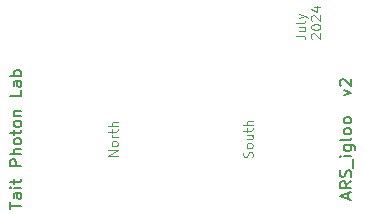
<source format=gbr>
G04 #@! TF.GenerationSoftware,KiCad,Pcbnew,7.0.10*
G04 #@! TF.CreationDate,2024-07-14T22:48:30-04:00*
G04 #@! TF.ProjectId,ARS_Igloo-v2,4152535f-4967-46c6-9f6f-2d76322e6b69,rev?*
G04 #@! TF.SameCoordinates,Original*
G04 #@! TF.FileFunction,Legend,Top*
G04 #@! TF.FilePolarity,Positive*
%FSLAX46Y46*%
G04 Gerber Fmt 4.6, Leading zero omitted, Abs format (unit mm)*
G04 Created by KiCad (PCBNEW 7.0.10) date 2024-07-14 22:48:30*
%MOMM*%
%LPD*%
G01*
G04 APERTURE LIST*
%ADD10C,0.120000*%
%ADD11C,0.150000*%
G04 APERTURE END LIST*
D10*
X-5351144Y-1428571D02*
X-6151144Y-1428571D01*
X-6151144Y-1428571D02*
X-5351144Y-971428D01*
X-5351144Y-971428D02*
X-6151144Y-971428D01*
X-5351144Y-476191D02*
X-5389240Y-552381D01*
X-5389240Y-552381D02*
X-5427335Y-590476D01*
X-5427335Y-590476D02*
X-5503525Y-628572D01*
X-5503525Y-628572D02*
X-5732097Y-628572D01*
X-5732097Y-628572D02*
X-5808287Y-590476D01*
X-5808287Y-590476D02*
X-5846382Y-552381D01*
X-5846382Y-552381D02*
X-5884478Y-476191D01*
X-5884478Y-476191D02*
X-5884478Y-361905D01*
X-5884478Y-361905D02*
X-5846382Y-285714D01*
X-5846382Y-285714D02*
X-5808287Y-247619D01*
X-5808287Y-247619D02*
X-5732097Y-209524D01*
X-5732097Y-209524D02*
X-5503525Y-209524D01*
X-5503525Y-209524D02*
X-5427335Y-247619D01*
X-5427335Y-247619D02*
X-5389240Y-285714D01*
X-5389240Y-285714D02*
X-5351144Y-361905D01*
X-5351144Y-361905D02*
X-5351144Y-476191D01*
X-5351144Y133333D02*
X-5884478Y133333D01*
X-5732097Y133333D02*
X-5808287Y171428D01*
X-5808287Y171428D02*
X-5846382Y209523D01*
X-5846382Y209523D02*
X-5884478Y285714D01*
X-5884478Y285714D02*
X-5884478Y361904D01*
X-5884478Y514285D02*
X-5884478Y819047D01*
X-6151144Y628571D02*
X-5465430Y628571D01*
X-5465430Y628571D02*
X-5389240Y666666D01*
X-5389240Y666666D02*
X-5351144Y742856D01*
X-5351144Y742856D02*
X-5351144Y819047D01*
X-5351144Y1085714D02*
X-6151144Y1085714D01*
X-5351144Y1428571D02*
X-5770192Y1428571D01*
X-5770192Y1428571D02*
X-5846382Y1390476D01*
X-5846382Y1390476D02*
X-5884478Y1314285D01*
X-5884478Y1314285D02*
X-5884478Y1199999D01*
X-5884478Y1199999D02*
X-5846382Y1123809D01*
X-5846382Y1123809D02*
X-5808287Y1085714D01*
D11*
X14139104Y-5071428D02*
X14139104Y-4595238D01*
X14424819Y-5166666D02*
X13424819Y-4833333D01*
X13424819Y-4833333D02*
X14424819Y-4500000D01*
X14424819Y-3595238D02*
X13948628Y-3928571D01*
X14424819Y-4166666D02*
X13424819Y-4166666D01*
X13424819Y-4166666D02*
X13424819Y-3785714D01*
X13424819Y-3785714D02*
X13472438Y-3690476D01*
X13472438Y-3690476D02*
X13520057Y-3642857D01*
X13520057Y-3642857D02*
X13615295Y-3595238D01*
X13615295Y-3595238D02*
X13758152Y-3595238D01*
X13758152Y-3595238D02*
X13853390Y-3642857D01*
X13853390Y-3642857D02*
X13901009Y-3690476D01*
X13901009Y-3690476D02*
X13948628Y-3785714D01*
X13948628Y-3785714D02*
X13948628Y-4166666D01*
X14377200Y-3214285D02*
X14424819Y-3071428D01*
X14424819Y-3071428D02*
X14424819Y-2833333D01*
X14424819Y-2833333D02*
X14377200Y-2738095D01*
X14377200Y-2738095D02*
X14329580Y-2690476D01*
X14329580Y-2690476D02*
X14234342Y-2642857D01*
X14234342Y-2642857D02*
X14139104Y-2642857D01*
X14139104Y-2642857D02*
X14043866Y-2690476D01*
X14043866Y-2690476D02*
X13996247Y-2738095D01*
X13996247Y-2738095D02*
X13948628Y-2833333D01*
X13948628Y-2833333D02*
X13901009Y-3023809D01*
X13901009Y-3023809D02*
X13853390Y-3119047D01*
X13853390Y-3119047D02*
X13805771Y-3166666D01*
X13805771Y-3166666D02*
X13710533Y-3214285D01*
X13710533Y-3214285D02*
X13615295Y-3214285D01*
X13615295Y-3214285D02*
X13520057Y-3166666D01*
X13520057Y-3166666D02*
X13472438Y-3119047D01*
X13472438Y-3119047D02*
X13424819Y-3023809D01*
X13424819Y-3023809D02*
X13424819Y-2785714D01*
X13424819Y-2785714D02*
X13472438Y-2642857D01*
X14520057Y-2452381D02*
X14520057Y-1690476D01*
X14424819Y-1452380D02*
X13758152Y-1452380D01*
X13424819Y-1452380D02*
X13472438Y-1499999D01*
X13472438Y-1499999D02*
X13520057Y-1452380D01*
X13520057Y-1452380D02*
X13472438Y-1404761D01*
X13472438Y-1404761D02*
X13424819Y-1452380D01*
X13424819Y-1452380D02*
X13520057Y-1452380D01*
X13758152Y-547619D02*
X14567676Y-547619D01*
X14567676Y-547619D02*
X14662914Y-595238D01*
X14662914Y-595238D02*
X14710533Y-642857D01*
X14710533Y-642857D02*
X14758152Y-738095D01*
X14758152Y-738095D02*
X14758152Y-880952D01*
X14758152Y-880952D02*
X14710533Y-976190D01*
X14377200Y-547619D02*
X14424819Y-642857D01*
X14424819Y-642857D02*
X14424819Y-833333D01*
X14424819Y-833333D02*
X14377200Y-928571D01*
X14377200Y-928571D02*
X14329580Y-976190D01*
X14329580Y-976190D02*
X14234342Y-1023809D01*
X14234342Y-1023809D02*
X13948628Y-1023809D01*
X13948628Y-1023809D02*
X13853390Y-976190D01*
X13853390Y-976190D02*
X13805771Y-928571D01*
X13805771Y-928571D02*
X13758152Y-833333D01*
X13758152Y-833333D02*
X13758152Y-642857D01*
X13758152Y-642857D02*
X13805771Y-547619D01*
X14424819Y71428D02*
X14377200Y-23809D01*
X14377200Y-23809D02*
X14281961Y-71428D01*
X14281961Y-71428D02*
X13424819Y-71428D01*
X14424819Y595238D02*
X14377200Y500000D01*
X14377200Y500000D02*
X14329580Y452381D01*
X14329580Y452381D02*
X14234342Y404762D01*
X14234342Y404762D02*
X13948628Y404762D01*
X13948628Y404762D02*
X13853390Y452381D01*
X13853390Y452381D02*
X13805771Y500000D01*
X13805771Y500000D02*
X13758152Y595238D01*
X13758152Y595238D02*
X13758152Y738095D01*
X13758152Y738095D02*
X13805771Y833333D01*
X13805771Y833333D02*
X13853390Y880952D01*
X13853390Y880952D02*
X13948628Y928571D01*
X13948628Y928571D02*
X14234342Y928571D01*
X14234342Y928571D02*
X14329580Y880952D01*
X14329580Y880952D02*
X14377200Y833333D01*
X14377200Y833333D02*
X14424819Y738095D01*
X14424819Y738095D02*
X14424819Y595238D01*
X14424819Y1500000D02*
X14377200Y1404762D01*
X14377200Y1404762D02*
X14329580Y1357143D01*
X14329580Y1357143D02*
X14234342Y1309524D01*
X14234342Y1309524D02*
X13948628Y1309524D01*
X13948628Y1309524D02*
X13853390Y1357143D01*
X13853390Y1357143D02*
X13805771Y1404762D01*
X13805771Y1404762D02*
X13758152Y1500000D01*
X13758152Y1500000D02*
X13758152Y1642857D01*
X13758152Y1642857D02*
X13805771Y1738095D01*
X13805771Y1738095D02*
X13853390Y1785714D01*
X13853390Y1785714D02*
X13948628Y1833333D01*
X13948628Y1833333D02*
X14234342Y1833333D01*
X14234342Y1833333D02*
X14329580Y1785714D01*
X14329580Y1785714D02*
X14377200Y1738095D01*
X14377200Y1738095D02*
X14424819Y1642857D01*
X14424819Y1642857D02*
X14424819Y1500000D01*
X13758152Y3690477D02*
X14424819Y3928572D01*
X14424819Y3928572D02*
X13758152Y4166667D01*
X13520057Y4500001D02*
X13472438Y4547620D01*
X13472438Y4547620D02*
X13424819Y4642858D01*
X13424819Y4642858D02*
X13424819Y4880953D01*
X13424819Y4880953D02*
X13472438Y4976191D01*
X13472438Y4976191D02*
X13520057Y5023810D01*
X13520057Y5023810D02*
X13615295Y5071429D01*
X13615295Y5071429D02*
X13710533Y5071429D01*
X13710533Y5071429D02*
X13853390Y5023810D01*
X13853390Y5023810D02*
X14424819Y4452382D01*
X14424819Y4452382D02*
X14424819Y5071429D01*
X-14515180Y-5928571D02*
X-14515180Y-5357143D01*
X-13515180Y-5642857D02*
X-14515180Y-5642857D01*
X-13515180Y-4595238D02*
X-14038990Y-4595238D01*
X-14038990Y-4595238D02*
X-14134228Y-4642857D01*
X-14134228Y-4642857D02*
X-14181847Y-4738095D01*
X-14181847Y-4738095D02*
X-14181847Y-4928571D01*
X-14181847Y-4928571D02*
X-14134228Y-5023809D01*
X-13562800Y-4595238D02*
X-13515180Y-4690476D01*
X-13515180Y-4690476D02*
X-13515180Y-4928571D01*
X-13515180Y-4928571D02*
X-13562800Y-5023809D01*
X-13562800Y-5023809D02*
X-13658038Y-5071428D01*
X-13658038Y-5071428D02*
X-13753276Y-5071428D01*
X-13753276Y-5071428D02*
X-13848514Y-5023809D01*
X-13848514Y-5023809D02*
X-13896133Y-4928571D01*
X-13896133Y-4928571D02*
X-13896133Y-4690476D01*
X-13896133Y-4690476D02*
X-13943752Y-4595238D01*
X-13515180Y-4119047D02*
X-14181847Y-4119047D01*
X-14515180Y-4119047D02*
X-14467561Y-4166666D01*
X-14467561Y-4166666D02*
X-14419942Y-4119047D01*
X-14419942Y-4119047D02*
X-14467561Y-4071428D01*
X-14467561Y-4071428D02*
X-14515180Y-4119047D01*
X-14515180Y-4119047D02*
X-14419942Y-4119047D01*
X-14181847Y-3785714D02*
X-14181847Y-3404762D01*
X-14515180Y-3642857D02*
X-13658038Y-3642857D01*
X-13658038Y-3642857D02*
X-13562800Y-3595238D01*
X-13562800Y-3595238D02*
X-13515180Y-3500000D01*
X-13515180Y-3500000D02*
X-13515180Y-3404762D01*
X-13515180Y-2309523D02*
X-14515180Y-2309523D01*
X-14515180Y-2309523D02*
X-14515180Y-1928571D01*
X-14515180Y-1928571D02*
X-14467561Y-1833333D01*
X-14467561Y-1833333D02*
X-14419942Y-1785714D01*
X-14419942Y-1785714D02*
X-14324704Y-1738095D01*
X-14324704Y-1738095D02*
X-14181847Y-1738095D01*
X-14181847Y-1738095D02*
X-14086609Y-1785714D01*
X-14086609Y-1785714D02*
X-14038990Y-1833333D01*
X-14038990Y-1833333D02*
X-13991371Y-1928571D01*
X-13991371Y-1928571D02*
X-13991371Y-2309523D01*
X-13515180Y-1309523D02*
X-14515180Y-1309523D01*
X-13515180Y-880952D02*
X-14038990Y-880952D01*
X-14038990Y-880952D02*
X-14134228Y-928571D01*
X-14134228Y-928571D02*
X-14181847Y-1023809D01*
X-14181847Y-1023809D02*
X-14181847Y-1166666D01*
X-14181847Y-1166666D02*
X-14134228Y-1261904D01*
X-14134228Y-1261904D02*
X-14086609Y-1309523D01*
X-13515180Y-261904D02*
X-13562800Y-357142D01*
X-13562800Y-357142D02*
X-13610419Y-404761D01*
X-13610419Y-404761D02*
X-13705657Y-452380D01*
X-13705657Y-452380D02*
X-13991371Y-452380D01*
X-13991371Y-452380D02*
X-14086609Y-404761D01*
X-14086609Y-404761D02*
X-14134228Y-357142D01*
X-14134228Y-357142D02*
X-14181847Y-261904D01*
X-14181847Y-261904D02*
X-14181847Y-119047D01*
X-14181847Y-119047D02*
X-14134228Y-23809D01*
X-14134228Y-23809D02*
X-14086609Y23809D01*
X-14086609Y23809D02*
X-13991371Y71428D01*
X-13991371Y71428D02*
X-13705657Y71428D01*
X-13705657Y71428D02*
X-13610419Y23809D01*
X-13610419Y23809D02*
X-13562800Y-23809D01*
X-13562800Y-23809D02*
X-13515180Y-119047D01*
X-13515180Y-119047D02*
X-13515180Y-261904D01*
X-14181847Y357143D02*
X-14181847Y738095D01*
X-14515180Y500000D02*
X-13658038Y500000D01*
X-13658038Y500000D02*
X-13562800Y547619D01*
X-13562800Y547619D02*
X-13515180Y642857D01*
X-13515180Y642857D02*
X-13515180Y738095D01*
X-13515180Y1214286D02*
X-13562800Y1119048D01*
X-13562800Y1119048D02*
X-13610419Y1071429D01*
X-13610419Y1071429D02*
X-13705657Y1023810D01*
X-13705657Y1023810D02*
X-13991371Y1023810D01*
X-13991371Y1023810D02*
X-14086609Y1071429D01*
X-14086609Y1071429D02*
X-14134228Y1119048D01*
X-14134228Y1119048D02*
X-14181847Y1214286D01*
X-14181847Y1214286D02*
X-14181847Y1357143D01*
X-14181847Y1357143D02*
X-14134228Y1452381D01*
X-14134228Y1452381D02*
X-14086609Y1500000D01*
X-14086609Y1500000D02*
X-13991371Y1547619D01*
X-13991371Y1547619D02*
X-13705657Y1547619D01*
X-13705657Y1547619D02*
X-13610419Y1500000D01*
X-13610419Y1500000D02*
X-13562800Y1452381D01*
X-13562800Y1452381D02*
X-13515180Y1357143D01*
X-13515180Y1357143D02*
X-13515180Y1214286D01*
X-14181847Y1976191D02*
X-13515180Y1976191D01*
X-14086609Y1976191D02*
X-14134228Y2023810D01*
X-14134228Y2023810D02*
X-14181847Y2119048D01*
X-14181847Y2119048D02*
X-14181847Y2261905D01*
X-14181847Y2261905D02*
X-14134228Y2357143D01*
X-14134228Y2357143D02*
X-14038990Y2404762D01*
X-14038990Y2404762D02*
X-13515180Y2404762D01*
X-13515180Y4119048D02*
X-13515180Y3642858D01*
X-13515180Y3642858D02*
X-14515180Y3642858D01*
X-13515180Y4880953D02*
X-14038990Y4880953D01*
X-14038990Y4880953D02*
X-14134228Y4833334D01*
X-14134228Y4833334D02*
X-14181847Y4738096D01*
X-14181847Y4738096D02*
X-14181847Y4547620D01*
X-14181847Y4547620D02*
X-14134228Y4452382D01*
X-13562800Y4880953D02*
X-13515180Y4785715D01*
X-13515180Y4785715D02*
X-13515180Y4547620D01*
X-13515180Y4547620D02*
X-13562800Y4452382D01*
X-13562800Y4452382D02*
X-13658038Y4404763D01*
X-13658038Y4404763D02*
X-13753276Y4404763D01*
X-13753276Y4404763D02*
X-13848514Y4452382D01*
X-13848514Y4452382D02*
X-13896133Y4547620D01*
X-13896133Y4547620D02*
X-13896133Y4785715D01*
X-13896133Y4785715D02*
X-13943752Y4880953D01*
X-13515180Y5357144D02*
X-14515180Y5357144D01*
X-14134228Y5357144D02*
X-14181847Y5452382D01*
X-14181847Y5452382D02*
X-14181847Y5642858D01*
X-14181847Y5642858D02*
X-14134228Y5738096D01*
X-14134228Y5738096D02*
X-14086609Y5785715D01*
X-14086609Y5785715D02*
X-13991371Y5833334D01*
X-13991371Y5833334D02*
X-13705657Y5833334D01*
X-13705657Y5833334D02*
X-13610419Y5785715D01*
X-13610419Y5785715D02*
X-13562800Y5738096D01*
X-13562800Y5738096D02*
X-13515180Y5642858D01*
X-13515180Y5642858D02*
X-13515180Y5452382D01*
X-13515180Y5452382D02*
X-13562800Y5357144D01*
D10*
X9714855Y8752994D02*
X10286283Y8752994D01*
X10286283Y8752994D02*
X10400569Y8714899D01*
X10400569Y8714899D02*
X10476760Y8638708D01*
X10476760Y8638708D02*
X10514855Y8524423D01*
X10514855Y8524423D02*
X10514855Y8448232D01*
X9981521Y9476804D02*
X10514855Y9476804D01*
X9981521Y9133947D02*
X10400569Y9133947D01*
X10400569Y9133947D02*
X10476760Y9172042D01*
X10476760Y9172042D02*
X10514855Y9248232D01*
X10514855Y9248232D02*
X10514855Y9362518D01*
X10514855Y9362518D02*
X10476760Y9438709D01*
X10476760Y9438709D02*
X10438664Y9476804D01*
X10514855Y9972042D02*
X10476760Y9895852D01*
X10476760Y9895852D02*
X10400569Y9857757D01*
X10400569Y9857757D02*
X9714855Y9857757D01*
X9981521Y10200614D02*
X10514855Y10391090D01*
X9981521Y10581567D02*
X10514855Y10391090D01*
X10514855Y10391090D02*
X10705331Y10314900D01*
X10705331Y10314900D02*
X10743426Y10276805D01*
X10743426Y10276805D02*
X10781521Y10200614D01*
X11079045Y8486327D02*
X11040950Y8524423D01*
X11040950Y8524423D02*
X11002855Y8600613D01*
X11002855Y8600613D02*
X11002855Y8791089D01*
X11002855Y8791089D02*
X11040950Y8867280D01*
X11040950Y8867280D02*
X11079045Y8905375D01*
X11079045Y8905375D02*
X11155236Y8943470D01*
X11155236Y8943470D02*
X11231426Y8943470D01*
X11231426Y8943470D02*
X11345712Y8905375D01*
X11345712Y8905375D02*
X11802855Y8448232D01*
X11802855Y8448232D02*
X11802855Y8943470D01*
X11002855Y9438709D02*
X11002855Y9514899D01*
X11002855Y9514899D02*
X11040950Y9591090D01*
X11040950Y9591090D02*
X11079045Y9629185D01*
X11079045Y9629185D02*
X11155236Y9667280D01*
X11155236Y9667280D02*
X11307617Y9705375D01*
X11307617Y9705375D02*
X11498093Y9705375D01*
X11498093Y9705375D02*
X11650474Y9667280D01*
X11650474Y9667280D02*
X11726664Y9629185D01*
X11726664Y9629185D02*
X11764760Y9591090D01*
X11764760Y9591090D02*
X11802855Y9514899D01*
X11802855Y9514899D02*
X11802855Y9438709D01*
X11802855Y9438709D02*
X11764760Y9362518D01*
X11764760Y9362518D02*
X11726664Y9324423D01*
X11726664Y9324423D02*
X11650474Y9286328D01*
X11650474Y9286328D02*
X11498093Y9248232D01*
X11498093Y9248232D02*
X11307617Y9248232D01*
X11307617Y9248232D02*
X11155236Y9286328D01*
X11155236Y9286328D02*
X11079045Y9324423D01*
X11079045Y9324423D02*
X11040950Y9362518D01*
X11040950Y9362518D02*
X11002855Y9438709D01*
X11079045Y10010137D02*
X11040950Y10048233D01*
X11040950Y10048233D02*
X11002855Y10124423D01*
X11002855Y10124423D02*
X11002855Y10314899D01*
X11002855Y10314899D02*
X11040950Y10391090D01*
X11040950Y10391090D02*
X11079045Y10429185D01*
X11079045Y10429185D02*
X11155236Y10467280D01*
X11155236Y10467280D02*
X11231426Y10467280D01*
X11231426Y10467280D02*
X11345712Y10429185D01*
X11345712Y10429185D02*
X11802855Y9972042D01*
X11802855Y9972042D02*
X11802855Y10467280D01*
X11269521Y11152995D02*
X11802855Y11152995D01*
X10964760Y10962519D02*
X11536188Y10772042D01*
X11536188Y10772042D02*
X11536188Y11267281D01*
X6040760Y-1542858D02*
X6078855Y-1428572D01*
X6078855Y-1428572D02*
X6078855Y-1238096D01*
X6078855Y-1238096D02*
X6040760Y-1161905D01*
X6040760Y-1161905D02*
X6002664Y-1123810D01*
X6002664Y-1123810D02*
X5926474Y-1085715D01*
X5926474Y-1085715D02*
X5850283Y-1085715D01*
X5850283Y-1085715D02*
X5774093Y-1123810D01*
X5774093Y-1123810D02*
X5735998Y-1161905D01*
X5735998Y-1161905D02*
X5697902Y-1238096D01*
X5697902Y-1238096D02*
X5659807Y-1390477D01*
X5659807Y-1390477D02*
X5621712Y-1466667D01*
X5621712Y-1466667D02*
X5583617Y-1504762D01*
X5583617Y-1504762D02*
X5507426Y-1542858D01*
X5507426Y-1542858D02*
X5431236Y-1542858D01*
X5431236Y-1542858D02*
X5355045Y-1504762D01*
X5355045Y-1504762D02*
X5316950Y-1466667D01*
X5316950Y-1466667D02*
X5278855Y-1390477D01*
X5278855Y-1390477D02*
X5278855Y-1200000D01*
X5278855Y-1200000D02*
X5316950Y-1085715D01*
X6078855Y-628572D02*
X6040760Y-704762D01*
X6040760Y-704762D02*
X6002664Y-742857D01*
X6002664Y-742857D02*
X5926474Y-780953D01*
X5926474Y-780953D02*
X5697902Y-780953D01*
X5697902Y-780953D02*
X5621712Y-742857D01*
X5621712Y-742857D02*
X5583617Y-704762D01*
X5583617Y-704762D02*
X5545521Y-628572D01*
X5545521Y-628572D02*
X5545521Y-514286D01*
X5545521Y-514286D02*
X5583617Y-438095D01*
X5583617Y-438095D02*
X5621712Y-400000D01*
X5621712Y-400000D02*
X5697902Y-361905D01*
X5697902Y-361905D02*
X5926474Y-361905D01*
X5926474Y-361905D02*
X6002664Y-400000D01*
X6002664Y-400000D02*
X6040760Y-438095D01*
X6040760Y-438095D02*
X6078855Y-514286D01*
X6078855Y-514286D02*
X6078855Y-628572D01*
X5545521Y323809D02*
X6078855Y323809D01*
X5545521Y-19047D02*
X5964569Y-19047D01*
X5964569Y-19047D02*
X6040760Y19047D01*
X6040760Y19047D02*
X6078855Y95237D01*
X6078855Y95237D02*
X6078855Y209523D01*
X6078855Y209523D02*
X6040760Y285714D01*
X6040760Y285714D02*
X6002664Y323809D01*
X5545521Y590476D02*
X5545521Y895238D01*
X5278855Y704762D02*
X5964569Y704762D01*
X5964569Y704762D02*
X6040760Y742857D01*
X6040760Y742857D02*
X6078855Y819047D01*
X6078855Y819047D02*
X6078855Y895238D01*
X6078855Y1161905D02*
X5278855Y1161905D01*
X6078855Y1504762D02*
X5659807Y1504762D01*
X5659807Y1504762D02*
X5583617Y1466667D01*
X5583617Y1466667D02*
X5545521Y1390476D01*
X5545521Y1390476D02*
X5545521Y1276190D01*
X5545521Y1276190D02*
X5583617Y1200000D01*
X5583617Y1200000D02*
X5621712Y1161905D01*
M02*

</source>
